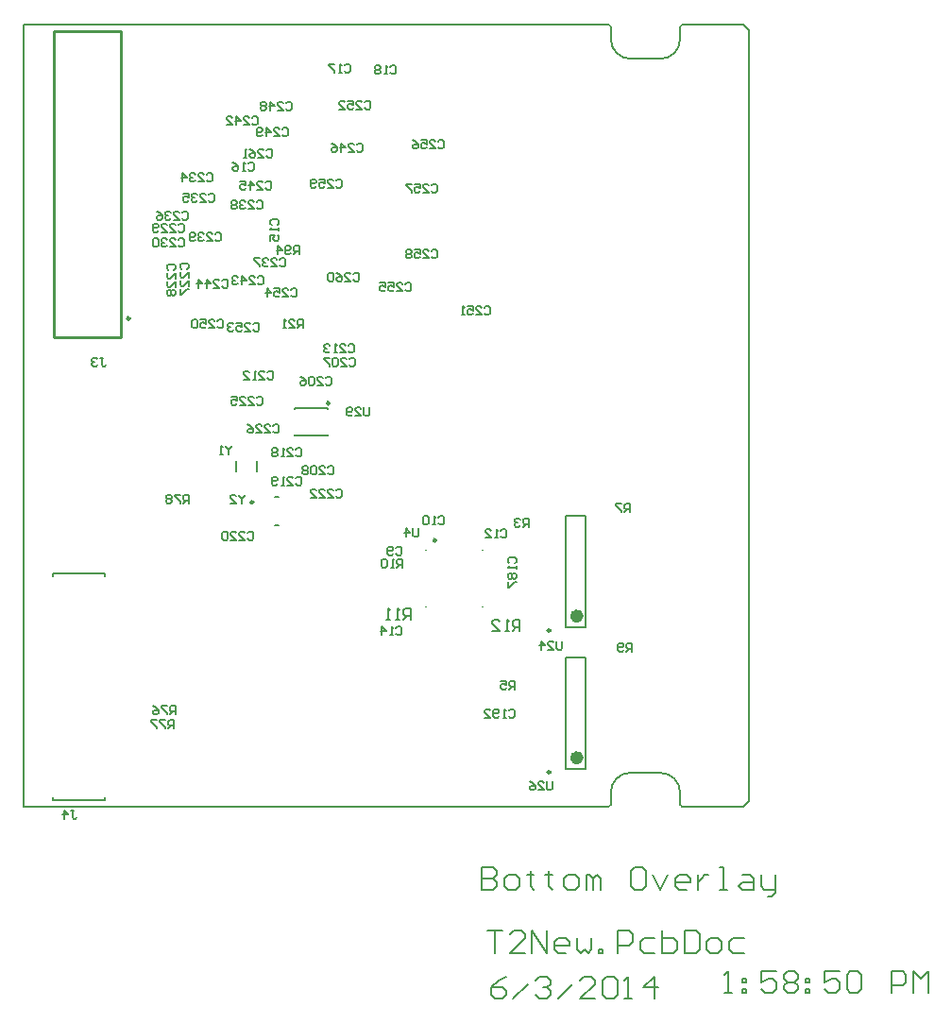
<source format=gbo>
%FSLAX44Y44*%
%MOMM*%
G71*
G01*
G75*
G04 Layer_Color=32896*
%ADD10O,2.2000X0.6000*%
%ADD11R,0.6000X0.6000*%
%ADD12R,0.6000X0.5000*%
%ADD13R,2.7940X0.7366*%
%ADD14R,0.6000X1.2000*%
%ADD15R,1.6500X0.3000*%
%ADD16R,2.6000X1.1000*%
%ADD17R,1.0000X1.5000*%
%ADD18R,0.6000X0.6000*%
%ADD19R,0.5000X0.6000*%
%ADD20R,0.8000X0.9000*%
%ADD21R,1.0000X1.6000*%
%ADD22R,0.7000X0.3000*%
%ADD23R,1.2000X0.6000*%
%ADD24R,0.9000X0.7000*%
%ADD25R,0.7000X0.9000*%
%ADD26R,0.6500X0.9000*%
%ADD27R,1.1000X1.4000*%
%ADD28R,0.7000X0.6000*%
%ADD29R,1.4000X1.1000*%
%ADD30R,0.6000X0.7000*%
%ADD31O,0.8000X0.5000*%
%ADD32O,0.3500X0.9500*%
%ADD33O,0.9500X0.3500*%
%ADD34R,3.1500X3.1500*%
%ADD35C,0.2700*%
%ADD36O,0.2500X1.5500*%
%ADD37O,1.5500X0.2500*%
%ADD38C,0.5000*%
%ADD39C,0.1270*%
%ADD40C,0.5080*%
%ADD41C,0.6350*%
%ADD42C,0.2540*%
%ADD43C,0.1778*%
%ADD44C,0.2032*%
%ADD45C,0.3048*%
%ADD46C,0.1524*%
%ADD47R,0.9000X0.6000*%
%ADD48R,1.4000X3.3000*%
%ADD49R,1.1000X1.9000*%
%ADD50R,2.5400X0.6350*%
%ADD51R,0.6000X1.6250*%
%ADD52R,3.9250X2.0000*%
%ADD53R,4.0250X0.7250*%
%ADD54R,2.0000X1.5000*%
%ADD55R,1.3750X0.3000*%
%ADD56R,0.9000X0.6500*%
%ADD57R,0.8000X1.2500*%
%ADD58R,1.9000X4.3000*%
%ADD59R,2.1500X2.2250*%
%ADD60R,3.0000X5.8750*%
%ADD61R,2.6000X0.9000*%
%ADD62R,2.5750X2.2750*%
%ADD63R,5.8500X2.1250*%
%ADD64R,3.6000X1.8000*%
%ADD65R,1.4000X3.8000*%
%ADD66R,1.3000X3.3000*%
%ADD67R,2.6000X0.9000*%
%ADD68R,2.6000X0.9000*%
%ADD69R,2.6000X1.0000*%
%ADD70R,2.6000X1.0000*%
%ADD71R,3.8000X2.2000*%
%ADD72R,1.8000X1.6000*%
%ADD73C,0.6000*%
%ADD74C,0.1270*%
%ADD75C,0.2000*%
%ADD76C,0.9500*%
%ADD77C,5.0000*%
%ADD78C,0.6600*%
%ADD79C,0.5588*%
%ADD80C,1.0160*%
%ADD81C,1.3970*%
%ADD82R,1.6000X0.5000*%
%ADD83R,0.5000X1.6000*%
%ADD84R,13.4000X2.8000*%
%ADD85C,0.8080*%
%ADD86C,1.5240*%
%ADD87C,1.2700*%
%ADD88C,1.2080*%
%ADD89C,1.4080*%
%ADD90C,2.3080*%
G04:AMPARAMS|DCode=91|XSize=1.158mm|YSize=1.158mm|CornerRadius=0mm|HoleSize=0mm|Usage=FLASHONLY|Rotation=0.000|XOffset=0mm|YOffset=0mm|HoleType=Round|Shape=Relief|Width=0.254mm|Gap=0.127mm|Entries=4|*
%AMTHD91*
7,0,0,1.1580,0.9040,0.2540,45*
%
%ADD91THD91*%
%ADD92C,1.1580*%
G04:AMPARAMS|DCode=93|XSize=0.808mm|YSize=0.808mm|CornerRadius=0mm|HoleSize=0mm|Usage=FLASHONLY|Rotation=0.000|XOffset=0mm|YOffset=0mm|HoleType=Round|Shape=Relief|Width=0.254mm|Gap=0.127mm|Entries=4|*
%AMTHD93*
7,0,0,0.8080,0.5540,0.2540,45*
%
%ADD93THD93*%
%ADD94C,3.0080*%
%ADD95C,0.8128*%
%ADD96R,1.6000X0.5000*%
%ADD97R,2.2000X2.8000*%
%ADD98R,11.2000X2.8000*%
%ADD99C,0.8380*%
%ADD100R,6.5000X2.8000*%
%ADD101R,6.8000X2.8000*%
%ADD102R,2.3000X2.7000*%
%ADD103R,11.0000X2.8000*%
%ADD104R,0.2500X0.6000*%
%ADD105R,0.6000X0.2500*%
%ADD106R,3.1000X3.1000*%
%ADD107R,1.6764X0.7366*%
%ADD108R,0.7000X0.5000*%
%ADD109R,0.6500X0.8000*%
%ADD110R,1.4000X1.2000*%
%ADD111R,1.9000X1.1000*%
%ADD112R,0.9000X0.8000*%
%ADD113R,0.7500X0.3000*%
%ADD114R,1.3600X1.4600*%
%ADD115C,0.7112*%
%ADD116R,1.6000X1.4000*%
%ADD117R,3.4290X0.6350*%
%ADD118R,0.8000X0.8000*%
%ADD119R,4.8500X1.5000*%
%ADD120R,1.6000X1.5000*%
%ADD121R,2.1750X1.5000*%
%ADD122R,1.6000X0.8000*%
%ADD123R,1.5750X1.5000*%
%ADD124R,1.3500X3.8000*%
%ADD125R,0.9000X0.9500*%
%ADD126R,0.6750X2.1250*%
%ADD127R,0.7500X2.1250*%
%ADD128R,1.5500X1.3750*%
%ADD129R,3.3000X0.8000*%
%ADD130R,2.2000X2.3000*%
%ADD131R,4.4000X0.7000*%
%ADD132R,4.4000X2.0000*%
%ADD133R,3.3250X2.7500*%
%ADD134R,2.1500X0.8000*%
%ADD135R,1.8500X3.8250*%
%ADD136R,1.5750X0.5250*%
%ADD137R,1.7000X0.5000*%
%ADD138R,1.4750X0.8000*%
%ADD139R,1.4500X0.8000*%
%ADD140R,1.6000X1.5250*%
%ADD141R,1.4500X0.8000*%
%ADD142R,1.6250X1.5000*%
%ADD143R,1.3500X1.8000*%
%ADD144R,1.5250X1.5000*%
%ADD145R,1.4500X1.8000*%
%ADD146R,1.5500X1.5000*%
%ADD147R,1.6500X0.8000*%
%ADD148R,1.6500X2.5000*%
%ADD149R,1.3970X2.4130*%
%ADD150R,1.3970X0.6350*%
%ADD151C,0.6000*%
%ADD152C,0.2500*%
%ADD153C,0.2000*%
%ADD154C,0.1500*%
%ADD155R,0.8000X1.4000*%
%ADD156R,1.3000X1.3000*%
%ADD157C,1.2000*%
%ADD158O,2.3016X0.7016*%
%ADD159R,0.7016X0.7016*%
%ADD160R,0.7016X0.6016*%
%ADD161R,2.8956X0.8382*%
%ADD162R,0.7016X1.3016*%
%ADD163R,1.7516X0.4016*%
%ADD164R,2.7016X1.2016*%
%ADD165R,0.7016X0.7016*%
%ADD166R,0.6016X0.7016*%
%ADD167R,0.9016X1.0016*%
%ADD168R,1.1016X1.7016*%
%ADD169R,0.8016X0.4016*%
%ADD170R,1.3016X0.7016*%
%ADD171R,1.0016X0.8016*%
%ADD172R,0.8016X1.0016*%
%ADD173R,0.7516X1.0016*%
%ADD174R,1.2016X1.5016*%
%ADD175R,0.8016X0.7016*%
%ADD176R,1.5016X1.2016*%
%ADD177R,0.7016X0.8016*%
%ADD178O,0.9016X0.6016*%
%ADD179O,0.4516X1.0516*%
%ADD180O,1.0516X0.4516*%
%ADD181R,3.2516X3.2516*%
%ADD182C,0.3716*%
%ADD183O,0.3516X1.6516*%
%ADD184O,1.6516X0.3516*%
%ADD185C,0.6016*%
%ADD186C,0.2286*%
%ADD187C,0.3016*%
%ADD188C,1.0516*%
%ADD189C,5.1016*%
%ADD190C,0.7016*%
%ADD191C,0.6604*%
%ADD192R,0.3516X0.7016*%
%ADD193R,0.7016X0.3516*%
%ADD194R,3.2016X3.2016*%
%ADD195R,1.7780X0.8382*%
%ADD196R,0.8016X0.6016*%
%ADD197R,0.7516X0.9016*%
%ADD198R,1.5016X1.3016*%
%ADD199R,2.0016X1.2016*%
%ADD200R,1.0016X0.9016*%
%ADD201R,0.8516X0.4016*%
%ADD202R,1.4616X1.5616*%
%ADD203C,0.7616*%
%ADD204R,1.4500X1.4000*%
%ADD205R,1.0000X1.9500*%
D39*
X273175Y406800D02*
Y409500D01*
Y206140D02*
Y208840D01*
X226345Y409500D02*
X273175D01*
X226185Y409340D02*
X226345Y409500D01*
X226185Y406800D02*
Y409340D01*
X226345Y206140D02*
X273175D01*
X226185Y206300D02*
X226345Y206140D01*
X226185Y206300D02*
Y208840D01*
X200000Y200000D02*
X724500D01*
D42*
X287500Y620500D02*
Y895500D01*
X227500D02*
X287500D01*
X227500Y620500D02*
Y895500D01*
Y620500D02*
X287500D01*
D46*
X425000Y452000D02*
X429000D01*
X425000Y478000D02*
X429000D01*
X409000Y501000D02*
Y510000D01*
X391000Y501000D02*
Y510000D01*
X443000Y557500D02*
X473000D01*
X443000Y556500D02*
Y557500D01*
X473000Y556500D02*
Y557500D01*
X443000Y532500D02*
X473000D01*
X443000D02*
Y533500D01*
X473000Y532500D02*
Y533500D01*
X645000Y358000D02*
Y368157D01*
X639922D01*
X638229Y366464D01*
Y363078D01*
X639922Y361386D01*
X645000D01*
X641614D02*
X638229Y358000D01*
X634843D02*
X631458D01*
X633150D01*
Y368157D01*
X634843Y366464D01*
X619608Y358000D02*
X626379D01*
X619608Y364771D01*
Y366464D01*
X621301Y368157D01*
X624687D01*
X626379Y366464D01*
X547500Y368000D02*
Y378157D01*
X542422D01*
X540729Y376464D01*
Y373078D01*
X542422Y371386D01*
X547500D01*
X544114D02*
X540729Y368000D01*
X537343D02*
X533958D01*
X535650D01*
Y378157D01*
X537343Y376464D01*
X528879Y368000D02*
X525494D01*
X527187D01*
Y378157D01*
X528879Y376464D01*
X745500Y339000D02*
Y346618D01*
X741691D01*
X740422Y345348D01*
Y342809D01*
X741691Y341539D01*
X745500D01*
X742961D02*
X740422Y339000D01*
X737883Y340270D02*
X736613Y339000D01*
X734074D01*
X732804Y340270D01*
Y345348D01*
X734074Y346618D01*
X736613D01*
X737883Y345348D01*
Y344078D01*
X736613Y342809D01*
X732804D01*
X744000Y464000D02*
Y471618D01*
X740191D01*
X738922Y470348D01*
Y467809D01*
X740191Y466539D01*
X744000D01*
X741461D02*
X738922Y464000D01*
X736383Y471618D02*
X731304D01*
Y470348D01*
X736383Y465270D01*
Y464000D01*
X640500Y305500D02*
Y313118D01*
X636691D01*
X635422Y311848D01*
Y309309D01*
X636691Y308039D01*
X640500D01*
X637961D02*
X635422Y305500D01*
X627804Y313118D02*
X632882D01*
Y309309D01*
X630343Y310578D01*
X629074D01*
X627804Y309309D01*
Y306770D01*
X629074Y305500D01*
X631613D01*
X632882Y306770D01*
X653000Y451000D02*
Y458618D01*
X649191D01*
X647922Y457348D01*
Y454809D01*
X649191Y453539D01*
X653000D01*
X650461D02*
X647922Y451000D01*
X645383Y457348D02*
X644113Y458618D01*
X641574D01*
X640304Y457348D01*
Y456078D01*
X641574Y454809D01*
X642843D01*
X641574D01*
X640304Y453539D01*
Y452270D01*
X641574Y451000D01*
X644113D01*
X645383Y452270D01*
X422652Y721422D02*
X421382Y722691D01*
Y725230D01*
X422652Y726500D01*
X427730D01*
X429000Y725230D01*
Y722691D01*
X427730Y721422D01*
X429000Y718883D02*
Y716343D01*
Y717613D01*
X421382D01*
X422652Y718883D01*
X421382Y707456D02*
Y712534D01*
X425191D01*
X423922Y709995D01*
Y708726D01*
X425191Y707456D01*
X427730D01*
X429000Y708726D01*
Y711265D01*
X427730Y712534D01*
X401422Y776348D02*
X402691Y777617D01*
X405230D01*
X406500Y776348D01*
Y771270D01*
X405230Y770000D01*
X402691D01*
X401422Y771270D01*
X398882Y770000D02*
X396343D01*
X397613D01*
Y777617D01*
X398882Y776348D01*
X387456Y777617D02*
X389995Y776348D01*
X392534Y773809D01*
Y771270D01*
X391265Y770000D01*
X388726D01*
X387456Y771270D01*
Y772539D01*
X388726Y773809D01*
X392534D01*
X487922Y864348D02*
X489191Y865618D01*
X491730D01*
X493000Y864348D01*
Y859270D01*
X491730Y858000D01*
X489191D01*
X487922Y859270D01*
X485382Y858000D02*
X482843D01*
X484113D01*
Y865618D01*
X485382Y864348D01*
X479035Y865618D02*
X473956D01*
Y864348D01*
X479035Y859270D01*
Y858000D01*
X528922Y863348D02*
X530191Y864617D01*
X532730D01*
X534000Y863348D01*
Y858270D01*
X532730Y857000D01*
X530191D01*
X528922Y858270D01*
X526382Y857000D02*
X523843D01*
X525113D01*
Y864617D01*
X526382Y863348D01*
X520034D02*
X518765Y864617D01*
X516226D01*
X514956Y863348D01*
Y862078D01*
X516226Y860809D01*
X514956Y859539D01*
Y858270D01*
X516226Y857000D01*
X518765D01*
X520034Y858270D01*
Y859539D01*
X518765Y860809D01*
X520034Y862078D01*
Y863348D01*
X518765Y860809D02*
X516226D01*
X533922Y360348D02*
X535191Y361618D01*
X537730D01*
X539000Y360348D01*
Y355270D01*
X537730Y354000D01*
X535191D01*
X533922Y355270D01*
X531382Y354000D02*
X528843D01*
X530113D01*
Y361618D01*
X531382Y360348D01*
X521226Y354000D02*
Y361618D01*
X525034Y357809D01*
X519956D01*
X627922Y447348D02*
X629191Y448618D01*
X631730D01*
X633000Y447348D01*
Y442270D01*
X631730Y441000D01*
X629191D01*
X627922Y442270D01*
X625382Y441000D02*
X622843D01*
X624113D01*
Y448618D01*
X625382Y447348D01*
X613956Y441000D02*
X619035D01*
X613956Y446078D01*
Y447348D01*
X615226Y448618D01*
X617765D01*
X619035Y447348D01*
X571922Y459348D02*
X573191Y460617D01*
X575730D01*
X577000Y459348D01*
Y454270D01*
X575730Y453000D01*
X573191D01*
X571922Y454270D01*
X569383Y453000D02*
X566843D01*
X568113D01*
Y460617D01*
X569383Y459348D01*
X563035D02*
X561765Y460617D01*
X559226D01*
X557956Y459348D01*
Y454270D01*
X559226Y453000D01*
X561765D01*
X563035Y454270D01*
Y459348D01*
X533922Y431848D02*
X535191Y433117D01*
X537730D01*
X539000Y431848D01*
Y426770D01*
X537730Y425500D01*
X535191D01*
X533922Y426770D01*
X531382D02*
X530113Y425500D01*
X527574D01*
X526304Y426770D01*
Y431848D01*
X527574Y433117D01*
X530113D01*
X531382Y431848D01*
Y430578D01*
X530113Y429309D01*
X526304D01*
X635652Y418422D02*
X634383Y419691D01*
Y422230D01*
X635652Y423500D01*
X640730D01*
X642000Y422230D01*
Y419691D01*
X640730Y418422D01*
X642000Y415882D02*
Y413343D01*
Y414613D01*
X634383D01*
X635652Y415882D01*
Y409534D02*
X634383Y408265D01*
Y405726D01*
X635652Y404456D01*
X636922D01*
X638191Y405726D01*
X639461Y404456D01*
X640730D01*
X642000Y405726D01*
Y408265D01*
X640730Y409534D01*
X639461D01*
X638191Y408265D01*
X636922Y409534D01*
X635652D01*
X638191Y408265D02*
Y405726D01*
X634383Y401917D02*
Y396839D01*
X635652D01*
X640730Y401917D01*
X642000D01*
X634922Y286348D02*
X636191Y287617D01*
X638730D01*
X640000Y286348D01*
Y281270D01*
X638730Y280000D01*
X636191D01*
X634922Y281270D01*
X632383Y280000D02*
X629843D01*
X631113D01*
Y287617D01*
X632383Y286348D01*
X626035Y281270D02*
X624765Y280000D01*
X622226D01*
X620956Y281270D01*
Y286348D01*
X622226Y287617D01*
X624765D01*
X626035Y286348D01*
Y285078D01*
X624765Y283809D01*
X620956D01*
X613339Y280000D02*
X618417D01*
X613339Y285078D01*
Y286348D01*
X614608Y287617D01*
X617147D01*
X618417Y286348D01*
X470922Y584348D02*
X472191Y585617D01*
X474730D01*
X476000Y584348D01*
Y579270D01*
X474730Y578000D01*
X472191D01*
X470922Y579270D01*
X463304Y578000D02*
X468382D01*
X463304Y583078D01*
Y584348D01*
X464574Y585617D01*
X467113D01*
X468382Y584348D01*
X460765D02*
X459495Y585617D01*
X456956D01*
X455687Y584348D01*
Y579270D01*
X456956Y578000D01*
X459495D01*
X460765Y579270D01*
Y584348D01*
X448069Y585617D02*
X450608Y584348D01*
X453147Y581809D01*
Y579270D01*
X451878Y578000D01*
X449339D01*
X448069Y579270D01*
Y580539D01*
X449339Y581809D01*
X453147D01*
X491922Y601348D02*
X493191Y602617D01*
X495730D01*
X497000Y601348D01*
Y596270D01*
X495730Y595000D01*
X493191D01*
X491922Y596270D01*
X484304Y595000D02*
X489383D01*
X484304Y600078D01*
Y601348D01*
X485574Y602617D01*
X488113D01*
X489383Y601348D01*
X481765D02*
X480495Y602617D01*
X477956D01*
X476687Y601348D01*
Y596270D01*
X477956Y595000D01*
X480495D01*
X481765Y596270D01*
Y601348D01*
X474147Y602617D02*
X469069D01*
Y601348D01*
X474147Y596270D01*
Y595000D01*
X472922Y504348D02*
X474191Y505617D01*
X476730D01*
X478000Y504348D01*
Y499270D01*
X476730Y498000D01*
X474191D01*
X472922Y499270D01*
X465304Y498000D02*
X470382D01*
X465304Y503078D01*
Y504348D01*
X466574Y505617D01*
X469113D01*
X470382Y504348D01*
X462765D02*
X461495Y505617D01*
X458956D01*
X457687Y504348D01*
Y499270D01*
X458956Y498000D01*
X461495D01*
X462765Y499270D01*
Y504348D01*
X455147D02*
X453878Y505617D01*
X451339D01*
X450069Y504348D01*
Y503078D01*
X451339Y501809D01*
X450069Y500539D01*
Y499270D01*
X451339Y498000D01*
X453878D01*
X455147Y499270D01*
Y500539D01*
X453878Y501809D01*
X455147Y503078D01*
Y504348D01*
X453878Y501809D02*
X451339D01*
X418922Y589348D02*
X420191Y590617D01*
X422730D01*
X424000Y589348D01*
Y584270D01*
X422730Y583000D01*
X420191D01*
X418922Y584270D01*
X411304Y583000D02*
X416382D01*
X411304Y588078D01*
Y589348D01*
X412574Y590617D01*
X415113D01*
X416382Y589348D01*
X408765Y583000D02*
X406226D01*
X407495D01*
Y590617D01*
X408765Y589348D01*
X397339Y583000D02*
X402417D01*
X397339Y588078D01*
Y589348D01*
X398608Y590617D01*
X401147D01*
X402417Y589348D01*
X490922Y613348D02*
X492191Y614618D01*
X494730D01*
X496000Y613348D01*
Y608270D01*
X494730Y607000D01*
X492191D01*
X490922Y608270D01*
X483304Y607000D02*
X488382D01*
X483304Y612078D01*
Y613348D01*
X484574Y614618D01*
X487113D01*
X488382Y613348D01*
X480765Y607000D02*
X478226D01*
X479495D01*
Y614618D01*
X480765Y613348D01*
X474417D02*
X473147Y614618D01*
X470608D01*
X469339Y613348D01*
Y612078D01*
X470608Y610809D01*
X471878D01*
X470608D01*
X469339Y609539D01*
Y608270D01*
X470608Y607000D01*
X473147D01*
X474417Y608270D01*
X443922Y520348D02*
X445191Y521618D01*
X447730D01*
X449000Y520348D01*
Y515270D01*
X447730Y514000D01*
X445191D01*
X443922Y515270D01*
X436304Y514000D02*
X441382D01*
X436304Y519078D01*
Y520348D01*
X437574Y521618D01*
X440113D01*
X441382Y520348D01*
X433765Y514000D02*
X431226D01*
X432495D01*
Y521618D01*
X433765Y520348D01*
X427417D02*
X426147Y521618D01*
X423608D01*
X422339Y520348D01*
Y519078D01*
X423608Y517809D01*
X422339Y516539D01*
Y515270D01*
X423608Y514000D01*
X426147D01*
X427417Y515270D01*
Y516539D01*
X426147Y517809D01*
X427417Y519078D01*
Y520348D01*
X426147Y517809D02*
X423608D01*
X443922Y494348D02*
X445191Y495617D01*
X447730D01*
X449000Y494348D01*
Y489270D01*
X447730Y488000D01*
X445191D01*
X443922Y489270D01*
X436304Y488000D02*
X441382D01*
X436304Y493078D01*
Y494348D01*
X437574Y495617D01*
X440113D01*
X441382Y494348D01*
X433765Y488000D02*
X431226D01*
X432495D01*
Y495617D01*
X433765Y494348D01*
X427417Y489270D02*
X426147Y488000D01*
X423608D01*
X422339Y489270D01*
Y494348D01*
X423608Y495617D01*
X426147D01*
X427417Y494348D01*
Y493078D01*
X426147Y491809D01*
X422339D01*
X400922Y445348D02*
X402191Y446618D01*
X404730D01*
X406000Y445348D01*
Y440270D01*
X404730Y439000D01*
X402191D01*
X400922Y440270D01*
X393304Y439000D02*
X398382D01*
X393304Y444078D01*
Y445348D01*
X394574Y446618D01*
X397113D01*
X398382Y445348D01*
X385687Y439000D02*
X390765D01*
X385687Y444078D01*
Y445348D01*
X386956Y446618D01*
X389495D01*
X390765Y445348D01*
X383147D02*
X381878Y446618D01*
X379339D01*
X378069Y445348D01*
Y440270D01*
X379339Y439000D01*
X381878D01*
X383147Y440270D01*
Y445348D01*
X479922Y483348D02*
X481191Y484618D01*
X483730D01*
X485000Y483348D01*
Y478270D01*
X483730Y477000D01*
X481191D01*
X479922Y478270D01*
X472304Y477000D02*
X477383D01*
X472304Y482078D01*
Y483348D01*
X473574Y484618D01*
X476113D01*
X477383Y483348D01*
X464687Y477000D02*
X469765D01*
X464687Y482078D01*
Y483348D01*
X465956Y484618D01*
X468495D01*
X469765Y483348D01*
X457069Y477000D02*
X462147D01*
X457069Y482078D01*
Y483348D01*
X458339Y484618D01*
X460878D01*
X462147Y483348D01*
X408922Y566348D02*
X410191Y567617D01*
X412730D01*
X414000Y566348D01*
Y561270D01*
X412730Y560000D01*
X410191D01*
X408922Y561270D01*
X401304Y560000D02*
X406382D01*
X401304Y565078D01*
Y566348D01*
X402574Y567617D01*
X405113D01*
X406382Y566348D01*
X393687Y560000D02*
X398765D01*
X393687Y565078D01*
Y566348D01*
X394956Y567617D01*
X397495D01*
X398765Y566348D01*
X386069Y567617D02*
X391147D01*
Y563809D01*
X388608Y565078D01*
X387339D01*
X386069Y563809D01*
Y561270D01*
X387339Y560000D01*
X389878D01*
X391147Y561270D01*
X423922Y541348D02*
X425191Y542617D01*
X427730D01*
X429000Y541348D01*
Y536270D01*
X427730Y535000D01*
X425191D01*
X423922Y536270D01*
X416304Y535000D02*
X421382D01*
X416304Y540078D01*
Y541348D01*
X417574Y542617D01*
X420113D01*
X421382Y541348D01*
X408687Y535000D02*
X413765D01*
X408687Y540078D01*
Y541348D01*
X409956Y542617D01*
X412495D01*
X413765Y541348D01*
X401069Y542617D02*
X403608Y541348D01*
X406147Y538809D01*
Y536270D01*
X404878Y535000D01*
X402339D01*
X401069Y536270D01*
Y537539D01*
X402339Y538809D01*
X406147D01*
X341652Y681922D02*
X340382Y683191D01*
Y685730D01*
X341652Y687000D01*
X346730D01*
X348000Y685730D01*
Y683191D01*
X346730Y681922D01*
X348000Y674304D02*
Y679382D01*
X342922Y674304D01*
X341652D01*
X340382Y675574D01*
Y678113D01*
X341652Y679382D01*
X348000Y666687D02*
Y671765D01*
X342922Y666687D01*
X341652D01*
X340382Y667956D01*
Y670495D01*
X341652Y671765D01*
X340382Y664147D02*
Y659069D01*
X341652D01*
X346730Y664147D01*
X348000D01*
X329652Y681422D02*
X328382Y682691D01*
Y685230D01*
X329652Y686500D01*
X334730D01*
X336000Y685230D01*
Y682691D01*
X334730Y681422D01*
X336000Y673804D02*
Y678883D01*
X330922Y673804D01*
X329652D01*
X328382Y675074D01*
Y677613D01*
X329652Y678883D01*
X336000Y666187D02*
Y671265D01*
X330922Y666187D01*
X329652D01*
X328382Y667456D01*
Y669995D01*
X329652Y671265D01*
Y663647D02*
X328382Y662378D01*
Y659839D01*
X329652Y658569D01*
X330922D01*
X332191Y659839D01*
X333461Y658569D01*
X334730D01*
X336000Y659839D01*
Y662378D01*
X334730Y663647D01*
X333461D01*
X332191Y662378D01*
X330922Y663647D01*
X329652D01*
X332191Y662378D02*
Y659839D01*
X338922Y721507D02*
X340191Y722777D01*
X342730D01*
X344000Y721507D01*
Y716429D01*
X342730Y715159D01*
X340191D01*
X338922Y716429D01*
X331304Y715159D02*
X336382D01*
X331304Y720237D01*
Y721507D01*
X332574Y722777D01*
X335113D01*
X336382Y721507D01*
X323687Y715159D02*
X328765D01*
X323687Y720237D01*
Y721507D01*
X324956Y722777D01*
X327495D01*
X328765Y721507D01*
X321147Y716429D02*
X319878Y715159D01*
X317339D01*
X316069Y716429D01*
Y721507D01*
X317339Y722777D01*
X319878D01*
X321147Y721507D01*
Y720237D01*
X319878Y718968D01*
X316069D01*
X338922Y708348D02*
X340191Y709617D01*
X342730D01*
X344000Y708348D01*
Y703270D01*
X342730Y702000D01*
X340191D01*
X338922Y703270D01*
X331304Y702000D02*
X336382D01*
X331304Y707078D01*
Y708348D01*
X332574Y709617D01*
X335113D01*
X336382Y708348D01*
X328765D02*
X327495Y709617D01*
X324956D01*
X323687Y708348D01*
Y707078D01*
X324956Y705809D01*
X326226D01*
X324956D01*
X323687Y704539D01*
Y703270D01*
X324956Y702000D01*
X327495D01*
X328765Y703270D01*
X321147Y708348D02*
X319878Y709617D01*
X317339D01*
X316069Y708348D01*
Y703270D01*
X317339Y702000D01*
X319878D01*
X321147Y703270D01*
Y708348D01*
X363922Y766848D02*
X365191Y768118D01*
X367730D01*
X369000Y766848D01*
Y761770D01*
X367730Y760500D01*
X365191D01*
X363922Y761770D01*
X356304Y760500D02*
X361382D01*
X356304Y765578D01*
Y766848D01*
X357574Y768118D01*
X360113D01*
X361382Y766848D01*
X353765D02*
X352495Y768118D01*
X349956D01*
X348687Y766848D01*
Y765578D01*
X349956Y764309D01*
X351226D01*
X349956D01*
X348687Y763039D01*
Y761770D01*
X349956Y760500D01*
X352495D01*
X353765Y761770D01*
X342339Y760500D02*
Y768118D01*
X346147Y764309D01*
X341069D01*
X365922Y748348D02*
X367191Y749617D01*
X369730D01*
X371000Y748348D01*
Y743270D01*
X369730Y742000D01*
X367191D01*
X365922Y743270D01*
X358304Y742000D02*
X363382D01*
X358304Y747078D01*
Y748348D01*
X359574Y749617D01*
X362113D01*
X363382Y748348D01*
X355765D02*
X354495Y749617D01*
X351956D01*
X350687Y748348D01*
Y747078D01*
X351956Y745809D01*
X353226D01*
X351956D01*
X350687Y744539D01*
Y743270D01*
X351956Y742000D01*
X354495D01*
X355765Y743270D01*
X343069Y749617D02*
X348147D01*
Y745809D01*
X345608Y747078D01*
X344339D01*
X343069Y745809D01*
Y743270D01*
X344339Y742000D01*
X346878D01*
X348147Y743270D01*
X341922Y732348D02*
X343191Y733617D01*
X345730D01*
X347000Y732348D01*
Y727270D01*
X345730Y726000D01*
X343191D01*
X341922Y727270D01*
X334304Y726000D02*
X339383D01*
X334304Y731078D01*
Y732348D01*
X335574Y733617D01*
X338113D01*
X339383Y732348D01*
X331765D02*
X330495Y733617D01*
X327956D01*
X326687Y732348D01*
Y731078D01*
X327956Y729809D01*
X329226D01*
X327956D01*
X326687Y728539D01*
Y727270D01*
X327956Y726000D01*
X330495D01*
X331765Y727270D01*
X319069Y733617D02*
X321608Y732348D01*
X324147Y729809D01*
Y727270D01*
X322878Y726000D01*
X320339D01*
X319069Y727270D01*
Y728539D01*
X320339Y729809D01*
X324147D01*
X429922Y690348D02*
X431191Y691618D01*
X433730D01*
X435000Y690348D01*
Y685270D01*
X433730Y684000D01*
X431191D01*
X429922Y685270D01*
X422304Y684000D02*
X427383D01*
X422304Y689078D01*
Y690348D01*
X423574Y691618D01*
X426113D01*
X427383Y690348D01*
X419765D02*
X418495Y691618D01*
X415956D01*
X414687Y690348D01*
Y689078D01*
X415956Y687809D01*
X417226D01*
X415956D01*
X414687Y686539D01*
Y685270D01*
X415956Y684000D01*
X418495D01*
X419765Y685270D01*
X412147Y691618D02*
X407069D01*
Y690348D01*
X412147Y685270D01*
Y684000D01*
X408922Y742348D02*
X410191Y743617D01*
X412730D01*
X414000Y742348D01*
Y737270D01*
X412730Y736000D01*
X410191D01*
X408922Y737270D01*
X401304Y736000D02*
X406382D01*
X401304Y741078D01*
Y742348D01*
X402574Y743617D01*
X405113D01*
X406382Y742348D01*
X398765D02*
X397495Y743617D01*
X394956D01*
X393687Y742348D01*
Y741078D01*
X394956Y739809D01*
X396226D01*
X394956D01*
X393687Y738539D01*
Y737270D01*
X394956Y736000D01*
X397495D01*
X398765Y737270D01*
X391147Y742348D02*
X389878Y743617D01*
X387339D01*
X386069Y742348D01*
Y741078D01*
X387339Y739809D01*
X386069Y738539D01*
Y737270D01*
X387339Y736000D01*
X389878D01*
X391147Y737270D01*
Y738539D01*
X389878Y739809D01*
X391147Y741078D01*
Y742348D01*
X389878Y739809D02*
X387339D01*
X371922Y713348D02*
X373191Y714617D01*
X375730D01*
X377000Y713348D01*
Y708270D01*
X375730Y707000D01*
X373191D01*
X371922Y708270D01*
X364304Y707000D02*
X369383D01*
X364304Y712078D01*
Y713348D01*
X365574Y714617D01*
X368113D01*
X369383Y713348D01*
X361765D02*
X360495Y714617D01*
X357956D01*
X356687Y713348D01*
Y712078D01*
X357956Y710809D01*
X359226D01*
X357956D01*
X356687Y709539D01*
Y708270D01*
X357956Y707000D01*
X360495D01*
X361765Y708270D01*
X354147D02*
X352878Y707000D01*
X350339D01*
X349069Y708270D01*
Y713348D01*
X350339Y714617D01*
X352878D01*
X354147Y713348D01*
Y712078D01*
X352878Y710809D01*
X349069D01*
X404922Y817348D02*
X406191Y818617D01*
X408730D01*
X410000Y817348D01*
Y812270D01*
X408730Y811000D01*
X406191D01*
X404922Y812270D01*
X397304Y811000D02*
X402383D01*
X397304Y816078D01*
Y817348D01*
X398574Y818617D01*
X401113D01*
X402383Y817348D01*
X390956Y811000D02*
Y818617D01*
X394765Y814809D01*
X389687D01*
X382069Y811000D02*
X387147D01*
X382069Y816078D01*
Y817348D01*
X383339Y818617D01*
X385878D01*
X387147Y817348D01*
X409922Y674348D02*
X411191Y675618D01*
X413730D01*
X415000Y674348D01*
Y669270D01*
X413730Y668000D01*
X411191D01*
X409922Y669270D01*
X402304Y668000D02*
X407383D01*
X402304Y673078D01*
Y674348D01*
X403574Y675618D01*
X406113D01*
X407383Y674348D01*
X395956Y668000D02*
Y675618D01*
X399765Y671809D01*
X394687D01*
X392147Y674348D02*
X390878Y675618D01*
X388339D01*
X387069Y674348D01*
Y673078D01*
X388339Y671809D01*
X389608D01*
X388339D01*
X387069Y670539D01*
Y669270D01*
X388339Y668000D01*
X390878D01*
X392147Y669270D01*
X377922Y671348D02*
X379191Y672617D01*
X381730D01*
X383000Y671348D01*
Y666270D01*
X381730Y665000D01*
X379191D01*
X377922Y666270D01*
X370304Y665000D02*
X375382D01*
X370304Y670078D01*
Y671348D01*
X371574Y672617D01*
X374113D01*
X375382Y671348D01*
X363956Y665000D02*
Y672617D01*
X367765Y668809D01*
X362687D01*
X356339Y665000D02*
Y672617D01*
X360147Y668809D01*
X355069D01*
X416922Y759348D02*
X418191Y760618D01*
X420730D01*
X422000Y759348D01*
Y754270D01*
X420730Y753000D01*
X418191D01*
X416922Y754270D01*
X409304Y753000D02*
X414383D01*
X409304Y758078D01*
Y759348D01*
X410574Y760618D01*
X413113D01*
X414383Y759348D01*
X402956Y753000D02*
Y760618D01*
X406765Y756809D01*
X401687D01*
X394069Y760618D02*
X399147D01*
Y756809D01*
X396608Y758078D01*
X395339D01*
X394069Y756809D01*
Y754270D01*
X395339Y753000D01*
X397878D01*
X399147Y754270D01*
X498922Y793348D02*
X500191Y794617D01*
X502730D01*
X504000Y793348D01*
Y788270D01*
X502730Y787000D01*
X500191D01*
X498922Y788270D01*
X491304Y787000D02*
X496382D01*
X491304Y792078D01*
Y793348D01*
X492574Y794617D01*
X495113D01*
X496382Y793348D01*
X484956Y787000D02*
Y794617D01*
X488765Y790809D01*
X483687D01*
X476069Y794617D02*
X478608Y793348D01*
X481147Y790809D01*
Y788270D01*
X479878Y787000D01*
X477339D01*
X476069Y788270D01*
Y789539D01*
X477339Y790809D01*
X481147D01*
X435422Y830848D02*
X436691Y832117D01*
X439230D01*
X440500Y830848D01*
Y825770D01*
X439230Y824500D01*
X436691D01*
X435422Y825770D01*
X427804Y824500D02*
X432882D01*
X427804Y829578D01*
Y830848D01*
X429074Y832117D01*
X431613D01*
X432882Y830848D01*
X421456Y824500D02*
Y832117D01*
X425265Y828309D01*
X420187D01*
X417647Y830848D02*
X416378Y832117D01*
X413839D01*
X412569Y830848D01*
Y829578D01*
X413839Y828309D01*
X412569Y827039D01*
Y825770D01*
X413839Y824500D01*
X416378D01*
X417647Y825770D01*
Y827039D01*
X416378Y828309D01*
X417647Y829578D01*
Y830848D01*
X416378Y828309D02*
X413839D01*
X431922Y807348D02*
X433191Y808617D01*
X435730D01*
X437000Y807348D01*
Y802270D01*
X435730Y801000D01*
X433191D01*
X431922Y802270D01*
X424304Y801000D02*
X429383D01*
X424304Y806078D01*
Y807348D01*
X425574Y808617D01*
X428113D01*
X429383Y807348D01*
X417956Y801000D02*
Y808617D01*
X421765Y804809D01*
X416687D01*
X414147Y802270D02*
X412878Y801000D01*
X410339D01*
X409069Y802270D01*
Y807348D01*
X410339Y808617D01*
X412878D01*
X414147Y807348D01*
Y806078D01*
X412878Y804809D01*
X409069D01*
X373922Y635348D02*
X375191Y636618D01*
X377730D01*
X379000Y635348D01*
Y630270D01*
X377730Y629000D01*
X375191D01*
X373922Y630270D01*
X366304Y629000D02*
X371382D01*
X366304Y634078D01*
Y635348D01*
X367574Y636618D01*
X370113D01*
X371382Y635348D01*
X358687Y636618D02*
X363765D01*
Y632809D01*
X361226Y634078D01*
X359956D01*
X358687Y632809D01*
Y630270D01*
X359956Y629000D01*
X362495D01*
X363765Y630270D01*
X356147Y635348D02*
X354878Y636618D01*
X352339D01*
X351069Y635348D01*
Y630270D01*
X352339Y629000D01*
X354878D01*
X356147Y630270D01*
Y635348D01*
X612922Y647348D02*
X614191Y648617D01*
X616730D01*
X618000Y647348D01*
Y642270D01*
X616730Y641000D01*
X614191D01*
X612922Y642270D01*
X605304Y641000D02*
X610382D01*
X605304Y646078D01*
Y647348D01*
X606574Y648617D01*
X609113D01*
X610382Y647348D01*
X597687Y648617D02*
X602765D01*
Y644809D01*
X600226Y646078D01*
X598956D01*
X597687Y644809D01*
Y642270D01*
X598956Y641000D01*
X601495D01*
X602765Y642270D01*
X595147Y641000D02*
X592608D01*
X593878D01*
Y648617D01*
X595147Y647348D01*
X505922Y831348D02*
X507191Y832617D01*
X509730D01*
X511000Y831348D01*
Y826270D01*
X509730Y825000D01*
X507191D01*
X505922Y826270D01*
X498304Y825000D02*
X503382D01*
X498304Y830078D01*
Y831348D01*
X499574Y832617D01*
X502113D01*
X503382Y831348D01*
X490687Y832617D02*
X495765D01*
Y828809D01*
X493226Y830078D01*
X491956D01*
X490687Y828809D01*
Y826270D01*
X491956Y825000D01*
X494495D01*
X495765Y826270D01*
X483069Y825000D02*
X488147D01*
X483069Y830078D01*
Y831348D01*
X484339Y832617D01*
X486878D01*
X488147Y831348D01*
X405922Y632348D02*
X407191Y633618D01*
X409730D01*
X411000Y632348D01*
Y627270D01*
X409730Y626000D01*
X407191D01*
X405922Y627270D01*
X398304Y626000D02*
X403382D01*
X398304Y631078D01*
Y632348D01*
X399574Y633618D01*
X402113D01*
X403382Y632348D01*
X390687Y633618D02*
X395765D01*
Y629809D01*
X393226Y631078D01*
X391956D01*
X390687Y629809D01*
Y627270D01*
X391956Y626000D01*
X394495D01*
X395765Y627270D01*
X388147Y632348D02*
X386878Y633618D01*
X384339D01*
X383069Y632348D01*
Y631078D01*
X384339Y629809D01*
X385608D01*
X384339D01*
X383069Y628539D01*
Y627270D01*
X384339Y626000D01*
X386878D01*
X388147Y627270D01*
X439922Y663348D02*
X441191Y664617D01*
X443730D01*
X445000Y663348D01*
Y658270D01*
X443730Y657000D01*
X441191D01*
X439922Y658270D01*
X432304Y657000D02*
X437383D01*
X432304Y662078D01*
Y663348D01*
X433574Y664617D01*
X436113D01*
X437383Y663348D01*
X424687Y664617D02*
X429765D01*
Y660809D01*
X427226Y662078D01*
X425956D01*
X424687Y660809D01*
Y658270D01*
X425956Y657000D01*
X428495D01*
X429765Y658270D01*
X418339Y657000D02*
Y664617D01*
X422147Y660809D01*
X417069D01*
X571422Y796288D02*
X572691Y797558D01*
X575230D01*
X576500Y796288D01*
Y791210D01*
X575230Y789940D01*
X572691D01*
X571422Y791210D01*
X563804Y789940D02*
X568882D01*
X563804Y795018D01*
Y796288D01*
X565074Y797558D01*
X567613D01*
X568882Y796288D01*
X556187Y797558D02*
X561265D01*
Y793749D01*
X558726Y795018D01*
X557456D01*
X556187Y793749D01*
Y791210D01*
X557456Y789940D01*
X559995D01*
X561265Y791210D01*
X548569Y797558D02*
X551108Y796288D01*
X553647Y793749D01*
Y791210D01*
X552378Y789940D01*
X549839D01*
X548569Y791210D01*
Y792479D01*
X549839Y793749D01*
X553647D01*
X565422Y756848D02*
X566691Y758118D01*
X569230D01*
X570500Y756848D01*
Y751770D01*
X569230Y750500D01*
X566691D01*
X565422Y751770D01*
X557804Y750500D02*
X562882D01*
X557804Y755578D01*
Y756848D01*
X559074Y758118D01*
X561613D01*
X562882Y756848D01*
X550187Y758118D02*
X555265D01*
Y754309D01*
X552726Y755578D01*
X551456D01*
X550187Y754309D01*
Y751770D01*
X551456Y750500D01*
X553995D01*
X555265Y751770D01*
X547647Y758118D02*
X542569D01*
Y756848D01*
X547647Y751770D01*
Y750500D01*
X565422Y698348D02*
X566691Y699617D01*
X569230D01*
X570500Y698348D01*
Y693270D01*
X569230Y692000D01*
X566691D01*
X565422Y693270D01*
X557804Y692000D02*
X562882D01*
X557804Y697078D01*
Y698348D01*
X559074Y699617D01*
X561613D01*
X562882Y698348D01*
X550187Y699617D02*
X555265D01*
Y695809D01*
X552726Y697078D01*
X551456D01*
X550187Y695809D01*
Y693270D01*
X551456Y692000D01*
X553995D01*
X555265Y693270D01*
X547647Y698348D02*
X546378Y699617D01*
X543839D01*
X542569Y698348D01*
Y697078D01*
X543839Y695809D01*
X542569Y694539D01*
Y693270D01*
X543839Y692000D01*
X546378D01*
X547647Y693270D01*
Y694539D01*
X546378Y695809D01*
X547647Y697078D01*
Y698348D01*
X546378Y695809D02*
X543839D01*
X479922Y761348D02*
X481191Y762618D01*
X483730D01*
X485000Y761348D01*
Y756270D01*
X483730Y755000D01*
X481191D01*
X479922Y756270D01*
X472304Y755000D02*
X477382D01*
X472304Y760078D01*
Y761348D01*
X473574Y762618D01*
X476113D01*
X477382Y761348D01*
X464687Y762618D02*
X469765D01*
Y758809D01*
X467226Y760078D01*
X465956D01*
X464687Y758809D01*
Y756270D01*
X465956Y755000D01*
X468495D01*
X469765Y756270D01*
X462147D02*
X460878Y755000D01*
X458339D01*
X457069Y756270D01*
Y761348D01*
X458339Y762618D01*
X460878D01*
X462147Y761348D01*
Y760078D01*
X460878Y758809D01*
X457069D01*
X495922Y677348D02*
X497191Y678617D01*
X499730D01*
X501000Y677348D01*
Y672270D01*
X499730Y671000D01*
X497191D01*
X495922Y672270D01*
X488304Y671000D02*
X493382D01*
X488304Y676078D01*
Y677348D01*
X489574Y678617D01*
X492113D01*
X493382Y677348D01*
X480687Y678617D02*
X483226Y677348D01*
X485765Y674809D01*
Y672270D01*
X484495Y671000D01*
X481956D01*
X480687Y672270D01*
Y673539D01*
X481956Y674809D01*
X485765D01*
X478147Y677348D02*
X476878Y678617D01*
X474339D01*
X473069Y677348D01*
Y672270D01*
X474339Y671000D01*
X476878D01*
X478147Y672270D01*
Y677348D01*
X417922Y788348D02*
X419191Y789617D01*
X421730D01*
X423000Y788348D01*
Y783270D01*
X421730Y782000D01*
X419191D01*
X417922Y783270D01*
X410304Y782000D02*
X415382D01*
X410304Y787078D01*
Y788348D01*
X411574Y789617D01*
X414113D01*
X415382Y788348D01*
X402687Y789617D02*
X405226Y788348D01*
X407765Y785809D01*
Y783270D01*
X406495Y782000D01*
X403956D01*
X402687Y783270D01*
Y784539D01*
X403956Y785809D01*
X407765D01*
X400147Y782000D02*
X397608D01*
X398878D01*
Y789617D01*
X400147Y788348D01*
X268922Y602617D02*
X271461D01*
X270191D01*
Y596270D01*
X271461Y595000D01*
X272730D01*
X274000Y596270D01*
X266383Y601348D02*
X265113Y602617D01*
X262574D01*
X261304Y601348D01*
Y600078D01*
X262574Y598809D01*
X263843D01*
X262574D01*
X261304Y597539D01*
Y596270D01*
X262574Y595000D01*
X265113D01*
X266383Y596270D01*
X242602Y196968D02*
X245141D01*
X243871D01*
Y190620D01*
X245141Y189350D01*
X246410D01*
X247680Y190620D01*
X236254Y189350D02*
Y196968D01*
X240063Y193159D01*
X234984D01*
X450500Y629000D02*
Y636618D01*
X446691D01*
X445422Y635348D01*
Y632809D01*
X446691Y631539D01*
X450500D01*
X447961D02*
X445422Y629000D01*
X437804D02*
X442882D01*
X437804Y634078D01*
Y635348D01*
X439074Y636618D01*
X441613D01*
X442882Y635348D01*
X435265Y629000D02*
X432726D01*
X433995D01*
Y636618D01*
X435265Y635348D01*
X336000Y283000D02*
Y290618D01*
X332191D01*
X330922Y289348D01*
Y286809D01*
X332191Y285539D01*
X336000D01*
X333461D02*
X330922Y283000D01*
X328382Y290618D02*
X323304D01*
Y289348D01*
X328382Y284270D01*
Y283000D01*
X315687Y290618D02*
X318226Y289348D01*
X320765Y286809D01*
Y284270D01*
X319495Y283000D01*
X316956D01*
X315687Y284270D01*
Y285539D01*
X316956Y286809D01*
X320765D01*
X335000Y270000D02*
Y277617D01*
X331191D01*
X329922Y276348D01*
Y273809D01*
X331191Y272539D01*
X335000D01*
X332461D02*
X329922Y270000D01*
X327383Y277617D02*
X322304D01*
Y276348D01*
X327383Y271270D01*
Y270000D01*
X319765Y277617D02*
X314687D01*
Y276348D01*
X319765Y271270D01*
Y270000D01*
X348000Y472000D02*
Y479618D01*
X344191D01*
X342922Y478348D01*
Y475809D01*
X344191Y474539D01*
X348000D01*
X345461D02*
X342922Y472000D01*
X340382Y479618D02*
X335304D01*
Y478348D01*
X340382Y473270D01*
Y472000D01*
X332765Y478348D02*
X331495Y479618D01*
X328956D01*
X327687Y478348D01*
Y477078D01*
X328956Y475809D01*
X327687Y474539D01*
Y473270D01*
X328956Y472000D01*
X331495D01*
X332765Y473270D01*
Y474539D01*
X331495Y475809D01*
X332765Y477078D01*
Y478348D01*
X331495Y475809D02*
X328956D01*
X447000Y695000D02*
Y702617D01*
X443191D01*
X441922Y701348D01*
Y698809D01*
X443191Y697539D01*
X447000D01*
X444461D02*
X441922Y695000D01*
X439383Y696270D02*
X438113Y695000D01*
X435574D01*
X434304Y696270D01*
Y701348D01*
X435574Y702617D01*
X438113D01*
X439383Y701348D01*
Y700078D01*
X438113Y698809D01*
X434304D01*
X427956Y695000D02*
Y702617D01*
X431765Y698809D01*
X426687D01*
X683000Y348618D02*
Y342270D01*
X681730Y341000D01*
X679191D01*
X677922Y342270D01*
Y348618D01*
X670304Y341000D02*
X675383D01*
X670304Y346078D01*
Y347348D01*
X671574Y348618D01*
X674113D01*
X675383Y347348D01*
X663956Y341000D02*
Y348618D01*
X667765Y344809D01*
X662687D01*
X674000Y222617D02*
Y216270D01*
X672730Y215000D01*
X670191D01*
X668922Y216270D01*
Y222617D01*
X661304Y215000D02*
X666383D01*
X661304Y220078D01*
Y221348D01*
X662574Y222617D01*
X665113D01*
X666383Y221348D01*
X653687Y222617D02*
X656226Y221348D01*
X658765Y218809D01*
Y216270D01*
X657495Y215000D01*
X654956D01*
X653687Y216270D01*
Y217539D01*
X654956Y218809D01*
X658765D01*
X386000Y523618D02*
Y522348D01*
X383461Y519809D01*
X380922Y522348D01*
Y523618D01*
X383461Y519809D02*
Y516000D01*
X378382D02*
X375843D01*
X377113D01*
Y523618D01*
X378382Y522348D01*
X398000Y479618D02*
Y478348D01*
X395461Y475809D01*
X392922Y478348D01*
Y479618D01*
X395461Y475809D02*
Y472000D01*
X385304D02*
X390382D01*
X385304Y477078D01*
Y478348D01*
X386574Y479618D01*
X389113D01*
X390382Y478348D01*
X554000Y449618D02*
Y443270D01*
X552730Y442000D01*
X550191D01*
X548922Y443270D01*
Y449618D01*
X542574Y442000D02*
Y449618D01*
X546382Y445809D01*
X541304D01*
X540000Y414500D02*
Y422118D01*
X536191D01*
X534922Y420848D01*
Y418309D01*
X536191Y417039D01*
X540000D01*
X537461D02*
X534922Y414500D01*
X532383D02*
X529843D01*
X531113D01*
Y422118D01*
X532383Y420848D01*
X526035D02*
X524765Y422118D01*
X522226D01*
X520956Y420848D01*
Y415770D01*
X522226Y414500D01*
X524765D01*
X526035Y415770D01*
Y420848D01*
X542422Y668348D02*
X543691Y669617D01*
X546230D01*
X547500Y668348D01*
Y663270D01*
X546230Y662000D01*
X543691D01*
X542422Y663270D01*
X534804Y662000D02*
X539883D01*
X534804Y667078D01*
Y668348D01*
X536074Y669617D01*
X538613D01*
X539883Y668348D01*
X527187Y669617D02*
X532265D01*
Y665809D01*
X529726Y667078D01*
X528456D01*
X527187Y665809D01*
Y663270D01*
X528456Y662000D01*
X530995D01*
X532265Y663270D01*
X519569Y669617D02*
X524647D01*
Y665809D01*
X522108Y667078D01*
X520839D01*
X519569Y665809D01*
Y663270D01*
X520839Y662000D01*
X523378D01*
X524647Y663270D01*
X510000Y558117D02*
Y551770D01*
X508730Y550500D01*
X506191D01*
X504922Y551770D01*
Y558117D01*
X497304Y550500D02*
X502383D01*
X497304Y555578D01*
Y556848D01*
X498574Y558117D01*
X501113D01*
X502383Y556848D01*
X494765Y551770D02*
X493495Y550500D01*
X490956D01*
X489687Y551770D01*
Y556848D01*
X490956Y558117D01*
X493495D01*
X494765Y556848D01*
Y555578D01*
X493495Y554309D01*
X489687D01*
X611000Y145994D02*
Y126000D01*
X620997D01*
X624329Y129332D01*
Y132664D01*
X620997Y135997D01*
X611000D01*
X620997D01*
X624329Y139329D01*
Y142661D01*
X620997Y145994D01*
X611000D01*
X634326Y126000D02*
X640990D01*
X644323Y129332D01*
Y135997D01*
X640990Y139329D01*
X634326D01*
X630994Y135997D01*
Y129332D01*
X634326Y126000D01*
X654319Y142661D02*
Y139329D01*
X650987D01*
X657652D01*
X654319D01*
Y129332D01*
X657652Y126000D01*
X670981Y142661D02*
Y139329D01*
X667648D01*
X674313D01*
X670981D01*
Y129332D01*
X674313Y126000D01*
X687642D02*
X694306D01*
X697639Y129332D01*
Y135997D01*
X694306Y139329D01*
X687642D01*
X684310Y135997D01*
Y129332D01*
X687642Y126000D01*
X704303D02*
Y139329D01*
X707635D01*
X710968Y135997D01*
Y126000D01*
Y135997D01*
X714300Y139329D01*
X717632Y135997D01*
Y126000D01*
X754287Y145994D02*
X747623D01*
X744290Y142661D01*
Y129332D01*
X747623Y126000D01*
X754287D01*
X757619Y129332D01*
Y142661D01*
X754287Y145994D01*
X764284Y139329D02*
X770948Y126000D01*
X777613Y139329D01*
X794274Y126000D02*
X787610D01*
X784277Y129332D01*
Y135997D01*
X787610Y139329D01*
X794274D01*
X797607Y135997D01*
Y132664D01*
X784277D01*
X804271Y139329D02*
Y126000D01*
Y132664D01*
X807603Y135997D01*
X810936Y139329D01*
X814268D01*
X824265Y126000D02*
X830929D01*
X827597D01*
Y145994D01*
X824265D01*
X844258Y139329D02*
X850923D01*
X854255Y135997D01*
Y126000D01*
X844258D01*
X840926Y129332D01*
X844258Y132664D01*
X854255D01*
X860919Y139329D02*
Y129332D01*
X864252Y126000D01*
X874249D01*
Y122668D01*
X870916Y119335D01*
X867584D01*
X874249Y126000D02*
Y139329D01*
X790500Y901000D02*
G03*
X788500Y899000I0J-2000D01*
G01*
X726500D02*
G03*
X724500Y901000I-2000J0D01*
G01*
X726500Y888000D02*
G03*
X744000Y870500I17500J0D01*
G01*
X771000D02*
G03*
X788500Y888000I0J17500D01*
G01*
Y213000D02*
G03*
X771000Y230500I-17500J0D01*
G01*
X744000D02*
G03*
X726500Y213000I0J-17500D01*
G01*
X724500Y200000D02*
G03*
X726500Y202000I0J2000D01*
G01*
X788500D02*
G03*
X790500Y200000I2000J0D01*
G01*
X200000Y901000D02*
X724500D01*
X790500D02*
X845000D01*
X726500Y888000D02*
Y899000D01*
X788500Y888000D02*
Y899000D01*
X744000Y870500D02*
X771000D01*
X744000Y230500D02*
X771000D01*
X788500Y202000D02*
Y213000D01*
X726500Y202000D02*
Y213000D01*
X845000Y901000D02*
X850000Y896000D01*
Y205000D02*
Y896000D01*
X845000Y200000D02*
X850000Y205000D01*
X790500Y200000D02*
X845000D01*
X200000D02*
Y901000D01*
X616000Y88994D02*
X629329D01*
X622664D01*
Y69000D01*
X649323D02*
X635994D01*
X649323Y82329D01*
Y85661D01*
X645990Y88994D01*
X639326D01*
X635994Y85661D01*
X655987Y69000D02*
Y88994D01*
X669316Y69000D01*
Y88994D01*
X685977Y69000D02*
X679313D01*
X675981Y72332D01*
Y78997D01*
X679313Y82329D01*
X685977D01*
X689310Y78997D01*
Y75665D01*
X675981D01*
X695974Y82329D02*
Y72332D01*
X699306Y69000D01*
X702639Y72332D01*
X705971Y69000D01*
X709303Y72332D01*
Y82329D01*
X715968Y69000D02*
Y72332D01*
X719300D01*
Y69000D01*
X715968D01*
X732629D02*
Y88994D01*
X742626D01*
X745958Y85661D01*
Y78997D01*
X742626Y75665D01*
X732629D01*
X765952Y82329D02*
X755955D01*
X752623Y78997D01*
Y72332D01*
X755955Y69000D01*
X765952D01*
X772616Y88994D02*
Y69000D01*
X782613D01*
X785945Y72332D01*
Y75665D01*
Y78997D01*
X782613Y82329D01*
X772616D01*
X792610Y88994D02*
Y69000D01*
X802607D01*
X805939Y72332D01*
Y85661D01*
X802607Y88994D01*
X792610D01*
X815936Y69000D02*
X822600D01*
X825932Y72332D01*
Y78997D01*
X822600Y82329D01*
X815936D01*
X812603Y78997D01*
Y72332D01*
X815936Y69000D01*
X845926Y82329D02*
X835929D01*
X832597Y78997D01*
Y72332D01*
X835929Y69000D01*
X845926D01*
X632329Y47994D02*
X625664Y44661D01*
X619000Y37997D01*
Y31332D01*
X622332Y28000D01*
X628997D01*
X632329Y31332D01*
Y34664D01*
X628997Y37997D01*
X619000D01*
X638994Y28000D02*
X652323Y41329D01*
X658987Y44661D02*
X662319Y47994D01*
X668984D01*
X672316Y44661D01*
Y41329D01*
X668984Y37997D01*
X665652D01*
X668984D01*
X672316Y34664D01*
Y31332D01*
X668984Y28000D01*
X662319D01*
X658987Y31332D01*
X678981Y28000D02*
X692310Y41329D01*
X712303Y28000D02*
X698974D01*
X712303Y41329D01*
Y44661D01*
X708971Y47994D01*
X702307D01*
X698974Y44661D01*
X718968D02*
X722300Y47994D01*
X728965D01*
X732297Y44661D01*
Y31332D01*
X728965Y28000D01*
X722300D01*
X718968Y31332D01*
Y44661D01*
X738961Y28000D02*
X745626D01*
X742294D01*
Y47994D01*
X738961Y44661D01*
X765619Y28000D02*
Y47994D01*
X755623Y37997D01*
X768952D01*
X828000Y33000D02*
X834665D01*
X831332D01*
Y52994D01*
X828000Y49661D01*
X844661Y46329D02*
X847993D01*
Y42997D01*
X844661D01*
Y46329D01*
Y36332D02*
X847993D01*
Y33000D01*
X844661D01*
Y36332D01*
X874652Y52994D02*
X861323D01*
Y42997D01*
X867987Y46329D01*
X871319D01*
X874652Y42997D01*
Y36332D01*
X871319Y33000D01*
X864655D01*
X861323Y36332D01*
X881316Y49661D02*
X884648Y52994D01*
X891313D01*
X894645Y49661D01*
Y46329D01*
X891313Y42997D01*
X894645Y39664D01*
Y36332D01*
X891313Y33000D01*
X884648D01*
X881316Y36332D01*
Y39664D01*
X884648Y42997D01*
X881316Y46329D01*
Y49661D01*
X884648Y42997D02*
X891313D01*
X901310Y46329D02*
X904642D01*
Y42997D01*
X901310D01*
Y46329D01*
Y36332D02*
X904642D01*
Y33000D01*
X901310D01*
Y36332D01*
X931300Y52994D02*
X917971D01*
Y42997D01*
X924635Y46329D01*
X927968D01*
X931300Y42997D01*
Y36332D01*
X927968Y33000D01*
X921303D01*
X917971Y36332D01*
X937964Y49661D02*
X941297Y52994D01*
X947961D01*
X951294Y49661D01*
Y36332D01*
X947961Y33000D01*
X941297D01*
X937964Y36332D01*
Y49661D01*
X977952Y33000D02*
Y52994D01*
X987948D01*
X991281Y49661D01*
Y42997D01*
X987948Y39664D01*
X977952D01*
X997945Y33000D02*
Y52994D01*
X1004610Y46329D01*
X1011274Y52994D01*
Y33000D01*
D151*
X699000Y371000D02*
G03*
X699000Y371000I-3000J0D01*
G01*
Y244000D02*
G03*
X699000Y244000I-3000J0D01*
G01*
D152*
X569750Y439000D02*
G03*
X569750Y439000I-1250J0D01*
G01*
X295250Y637750D02*
G03*
X295250Y637750I-1250J0D01*
G01*
X406000Y473000D02*
G03*
X406000Y473000I-1250J0D01*
G01*
X672250Y358050D02*
G03*
X672250Y358050I-1250J0D01*
G01*
Y231050D02*
G03*
X672250Y231050I-1250J0D01*
G01*
X474250Y561750D02*
G03*
X474250Y561750I-1250J0D01*
G01*
D153*
X560500Y430500D02*
X560750D01*
X560500Y430250D02*
Y430500D01*
Y379500D02*
Y379750D01*
Y379500D02*
X560750D01*
X611250D02*
X611500D01*
Y379750D01*
Y430250D02*
Y430500D01*
X611250D02*
X611500D01*
D154*
X686000Y461000D02*
X704000D01*
X686000Y361000D02*
X704000D01*
Y461000D01*
X686000Y361000D02*
Y461000D01*
Y334000D02*
X704000D01*
X686000Y234000D02*
X704000D01*
Y334000D01*
X686000Y234000D02*
Y334000D01*
M02*

</source>
